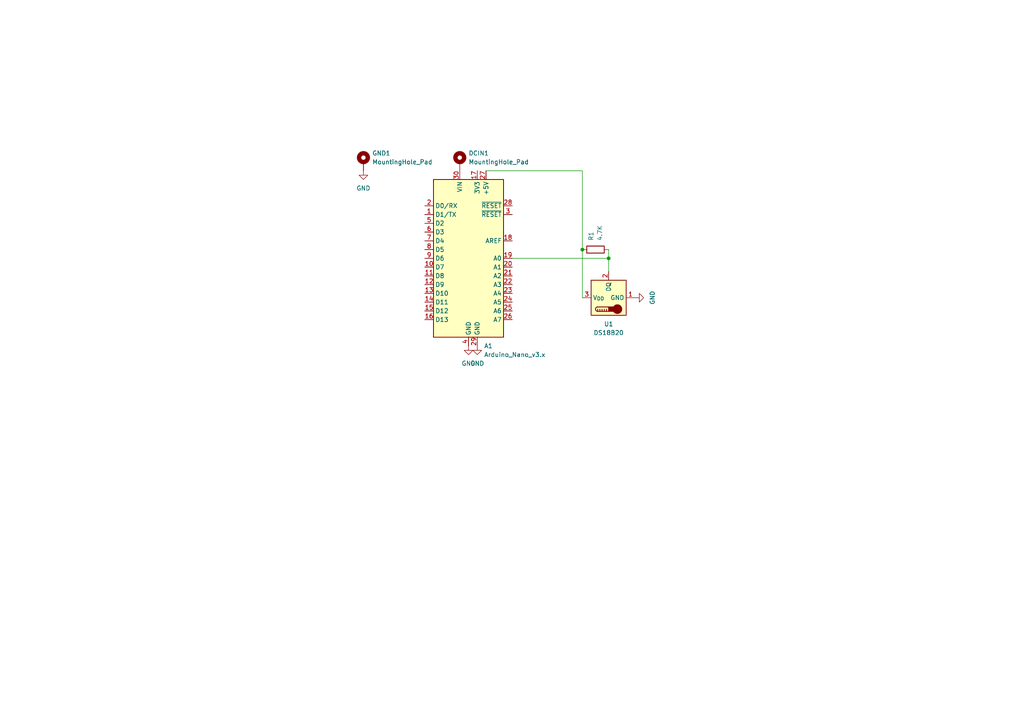
<source format=kicad_sch>
(kicad_sch (version 20230121) (generator eeschema)
  (paper "A4")
  (lib_symbols
    (symbol "Device:R" (pin_numbers hide) (pin_names (offset 0))
      (property "Reference" "R" (at 2.032 0 90))
      (property "Value" "R" (at 0 0 90))
      (symbol "R_0_1"
        (rectangle (start -1.016 -2.54) (end 1.016 2.54) (stroke (width 0.254)))
      )
      (symbol "R_1_1"
        (pin passive line (at 0 3.81 270) (length 1.27) (name "~") (number "1"))
        (pin passive line (at 0 -3.81 90) (length 1.27) (name "~") (number "2"))
      )
    )
    (symbol "MCU_Module:Arduino_Nano_v3.x"
      (property "Reference" "A" (at -10.16 23.495 0))
      (property "Value" "Arduino_Nano_v3.x" (at 5.08 -24.13 0))
      (symbol "Arduino_Nano_v3.x_0_1"
        (rectangle (start -10.16 22.86) (end 10.16 -22.86) (stroke (width 0.254)) (fill (type background)))
      )
      (symbol "Arduino_Nano_v3.x_1_1"
        (pin bidirectional line (at -12.7 12.7 0) (length 2.54) (name "D1/TX") (number "1"))
        (pin bidirectional line (at -12.7 -2.54 0) (length 2.54) (name "D7") (number "10"))
        (pin bidirectional line (at -12.7 -5.08 0) (length 2.54) (name "D8") (number "11"))
        (pin bidirectional line (at -12.7 -7.62 0) (length 2.54) (name "D9") (number "12"))
        (pin bidirectional line (at -12.7 -10.16 0) (length 2.54) (name "D10") (number "13"))
        (pin bidirectional line (at -12.7 -12.7 0) (length 2.54) (name "D11") (number "14"))
        (pin bidirectional line (at -12.7 -15.24 0) (length 2.54) (name "D12") (number "15"))
        (pin bidirectional line (at -12.7 -17.78 0) (length 2.54) (name "D13") (number "16"))
        (pin power_out line (at 2.54 25.4 270) (length 2.54) (name "3V3") (number "17"))
        (pin input line (at 12.7 5.08 180) (length 2.54) (name "AREF") (number "18"))
        (pin bidirectional line (at 12.7 0 180) (length 2.54) (name "A0") (number "19"))
        (pin bidirectional line (at -12.7 15.24 0) (length 2.54) (name "D0/RX") (number "2"))
        (pin bidirectional line (at 12.7 -2.54 180) (length 2.54) (name "A1") (number "20"))
        (pin bidirectional line (at 12.7 -5.08 180) (length 2.54) (name "A2") (number "21"))
        (pin bidirectional line (at 12.7 -7.62 180) (length 2.54) (name "A3") (number "22"))
        (pin bidirectional line (at 12.7 -10.16 180) (length 2.54) (name "A4") (number "23"))
        (pin bidirectional line (at 12.7 -12.7 180) (length 2.54) (name "A5") (number "24"))
        (pin bidirectional line (at 12.7 -15.24 180) (length 2.54) (name "A6") (number "25"))
        (pin bidirectional line (at 12.7 -17.78 180) (length 2.54) (name "A7") (number "26"))
        (pin power_out line (at 5.08 25.4 270) (length 2.54) (name "+5V") (number "27"))
        (pin input line (at 12.7 15.24 180) (length 2.54) (name "~{RESET}") (number "28"))
        (pin power_in line (at 2.54 -25.4 90) (length 2.54) (name "GND") (number "29"))
        (pin input line (at 12.7 12.7 180) (length 2.54) (name "~{RESET}") (number "3"))
        (pin power_in line (at -2.54 25.4 270) (length 2.54) (name "VIN") (number "30"))
        (pin power_in line (at 0 -25.4 90) (length 2.54) (name "GND") (number "4"))
        (pin bidirectional line (at -12.7 10.16 0) (length 2.54) (name "D2") (number "5"))
        (pin bidirectional line (at -12.7 7.62 0) (length 2.54) (name "D3") (number "6"))
        (pin bidirectional line (at -12.7 5.08 0) (length 2.54) (name "D4") (number "7"))
        (pin bidirectional line (at -12.7 2.54 0) (length 2.54) (name "D5") (number "8"))
        (pin bidirectional line (at -12.7 0 0) (length 2.54) (name "D6") (number "9"))
      )
    )
    (symbol "Mechanical:MountingHole_Pad" (pin_numbers hide) (pin_names (offset 1.016) hide)
      (property "Reference" "H" (at 0 6.35 0))
      (property "Value" "MountingHole_Pad" (at 0 4.445 0))
      (symbol "MountingHole_Pad_0_1"
        (circle (center 0 1.27) (radius 1.27) (stroke (width 1.27)))
      )
      (symbol "MountingHole_Pad_1_1"
        (pin input line (at 0 -2.54 90) (length 2.54) (name "1") (number "1"))
      )
    )
    (symbol "Sensor_Temperature:DS18B20"
      (property "Reference" "U" (at -3.81 6.35 0))
      (property "Value" "DS18B20" (at 6.35 6.35 0))
      (symbol "DS18B20_0_1"
        (rectangle (start -5.08 5.08) (end 5.08 -5.08) (stroke (width 0.254)) (fill (type background)))
        (circle (center -3.302 -2.54) (radius 1.27) (stroke (width 0.254)) (fill (type outline)))
        (rectangle (start -2.667 -1.905) (end -3.937 0) (stroke (width 0.254)) (fill (type outline)))
        (arc (start -2.667 3.175) (mid -3.302 3.8073) (end -3.937 3.175) (stroke (width 0.254)))
        (polyline (pts (xy -3.937 0.635) (xy -3.302 0.635)) (stroke (width 0.254)))
        (polyline (pts (xy -3.937 1.27) (xy -3.302 1.27)) (stroke (width 0.254)))
        (polyline (pts (xy -3.937 1.905) (xy -3.302 1.905)) (stroke (width 0.254)))
        (polyline (pts (xy -3.937 2.54) (xy -3.302 2.54)) (stroke (width 0.254)))
        (polyline (pts (xy -3.937 3.175) (xy -3.937 0)) (stroke (width 0.254)))
        (polyline (pts (xy -3.937 3.175) (xy -3.302 3.175)) (stroke (width 0.254)))
        (polyline (pts (xy -2.667 3.175) (xy -2.667 0)) (stroke (width 0.254)))
      )
      (symbol "DS18B20_1_1"
        (pin power_in line (at 0 -7.62 90) (length 2.54) (name "GND") (number "1"))
        (pin bidirectional line (at 7.62 0 180) (length 2.54) (name "DQ") (number "2"))
        (pin power_in line (at 0 7.62 270) (length 2.54) (name "V_{DD}") (number "3"))
      )
    )
    (symbol "power:GND" (power) (pin_names (offset 0))
      (property "Value" "GND" (at 0 -3.81 0))
      (symbol "GND_0_1"
        (polyline (pts (xy 0 0) (xy 0 -1.27) (xy 1.27 -1.27) (xy 0 -2.54) (xy -1.27 -1.27) (xy 0 -1.27)))
      )
      (symbol "GND_1_1"
        (pin power_in line (at 0 0 270) (length 0) hide (name "GND") (number "1"))
      )
    )
  )
  (junction (at 176.53 74.93))
  (junction (at 168.91 72.39))
  (wire (pts (xy 168.91 86.36) (xy 168.91 72.39)))
  (wire (pts (xy 140.97 49.53) (xy 168.91 49.53)))
  (wire (pts (xy 168.91 49.53) (xy 168.91 72.39)))
  (wire (pts (xy 148.59 74.93) (xy 176.53 74.93)))
  (wire (pts (xy 176.53 74.93) (xy 176.53 72.39)))
  (wire (pts (xy 176.53 78.74) (xy 176.53 74.93)))
  (symbol (lib_id "MCU_Module:Arduino_Nano_v3.x") (at 135.89 74.93 0) (unit 1)
    (property "Reference" "A1" (at 140.3859 100.33 0) (effects (justify left)))
    (property "Value" "Arduino_Nano_v3.x" (at 140.3859 102.87 0) (effects (justify left)))
    (property "Footprint" "Module:Arduino_Nano" (effects hide))
    (property "Datasheet" "http://www.mouser.com/pdfdocs/Gravitech_Arduino_Nano3_0.pdf" (effects hide))
  )
  (symbol (lib_id "Mechanical:MountingHole_Pad") (at 105.41 46.99 0) (unit 1)
    (property "Reference" "GND1" (at 107.95 44.45 0) (effects (justify left)))
    (property "Value" "MountingHole_Pad" (at 107.95 46.99 0) (effects (justify left)))
    (property "Footprint" "Connector_Pin:Pin_D1.0mm_L10.0mm" (effects hide))
  )
  (symbol (lib_id "power:GND") (at 138.43 100.33 0) (unit 1)
    (property "Reference" "#PWR03" (effects hide))
    (property "Value" "GND" (at 138.43 105.41 0))
  )
  (symbol (lib_id "power:GND") (at 135.89 100.33 0) (unit 1)
    (property "Reference" "#PWR02" (effects hide))
    (property "Value" "GND" (at 135.89 105.41 0))
  )
  (symbol (lib_id "Mechanical:MountingHole_Pad") (at 133.35 46.99 0) (unit 1)
    (property "Reference" "DCIN1" (at 135.89 44.45 0) (effects (justify left)))
    (property "Value" "MountingHole_Pad" (at 135.89 46.99 0) (effects (justify left)))
    (property "Footprint" "Connector_Pin:Pin_D1.0mm_L10.0mm" (effects hide))
  )
  (symbol (lib_id "power:GND") (at 184.15 86.36 90) (unit 1)
    (property "Reference" "#PWR01" (effects hide))
    (property "Value" "GND" (at 189.23 86.36 0))
  )
  (symbol (lib_id "Sensor_Temperature:DS18B20") (at 176.53 86.36 90) (unit 1)
    (property "Reference" "U1" (at 176.53 93.98 90))
    (property "Value" "DS18B20" (at 176.53 96.52 90))
    (property "Footprint" "Package_TO_SOT_THT:TO-92_Inline" (effects hide))
    (property "Datasheet" "http://datasheets.maximintegrated.com/en/ds/DS18B20.pdf" (effects hide))
  )
  (symbol (lib_id "power:GND") (at 105.41 49.53 0) (unit 1)
    (property "Reference" "#PWR04" (effects hide))
    (property "Value" "GND" (at 105.41 54.61 0))
  )
  (symbol (lib_id "Device:R") (at 172.72 72.39 90) (unit 1)
    (property "Reference" "R1" (at 171.45 69.85 0) (effects (justify left)))
    (property "Value" "4.7K" (at 173.99 69.85 0) (effects (justify left)))
    (property "Footprint" "Resistor_THT:R_Axial_DIN0207_L6.3mm_D2.5mm_P7.62mm_Horizontal" (effects hide))
  )
)
</source>
